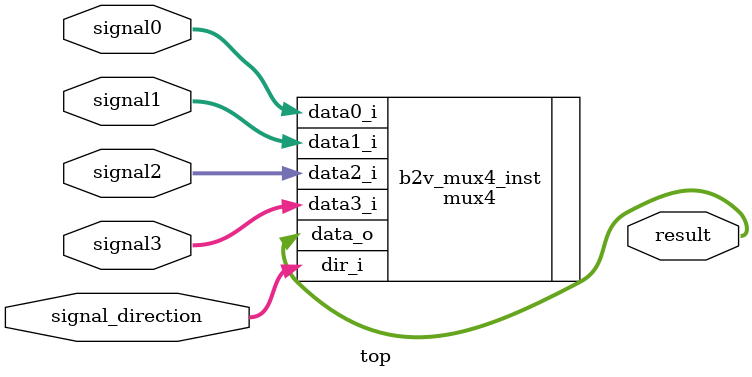
<source format=v>


module top(
	signal0,
	signal1,
	signal2,
	signal3,
	signal_direction,
	result
);


input wire	[1:0] signal0;
input wire	[1:0] signal1;
input wire	[1:0] signal2;
input wire	[1:0] signal3;
input wire	[1:0] signal_direction;
output wire	[1:0] result;






mux4	b2v_mux4_inst(
	.data0_i(signal0),
	.data1_i(signal1),
	.data2_i(signal2),
	.data3_i(signal3),
	.dir_i(signal_direction),
	.data_o(result));


endmodule

</source>
